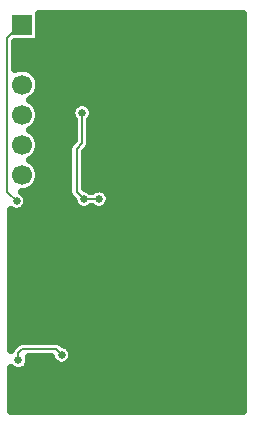
<source format=gbl>
G04 DipTrace 3.0.0.1*
G04 battery-fuel_gauge_V2.GBL*
%MOIN*%
G04 #@! TF.FileFunction,Copper,L2,Bot*
G04 #@! TF.Part,Single*
G04 #@! TA.AperFunction,Conductor*
%ADD14C,0.008*%
G04 #@! TA.AperFunction,CopperBalancing*
%ADD18C,0.025*%
G04 #@! TA.AperFunction,ComponentPad*
%ADD25R,0.066929X0.066929*%
%ADD26C,0.066929*%
%FSLAX26Y26*%
G04*
G70*
G90*
G75*
G01*
G04 Bottom*
%LPD*%
X824950Y1424950D2*
D14*
X887450Y1487450D1*
X637450D1*
X774950Y1562452D2*
Y1593701D1*
X837450D1*
X624950Y1562450D2*
X562450D1*
X756201Y1124950D2*
X787450D1*
X806201Y1143701D1*
X506201Y1087450D2*
X487452D1*
X674950Y1137450D2*
X724950D1*
X668701Y1424950D2*
Y1324950D1*
X649950Y1306200D1*
Y1162450D1*
X674950Y1137450D1*
X456200Y599950D2*
Y624949D1*
X468701Y637450D1*
X581201D1*
X599950Y618701D1*
X468701Y1718701D2*
X462452D1*
X418701Y1674950D1*
Y1162450D1*
X449950Y1131201D1*
D18*
X824950Y1424950D3*
X774950Y1562452D3*
X624950Y1562450D3*
X756201Y1124950D3*
X506201Y1087450D3*
X668701Y1424950D3*
X456200Y599950D3*
X599950Y618701D3*
X449950Y1131201D3*
X724950Y1137450D3*
X674950D3*
X687452Y1281201D3*
Y1249950D3*
Y1218701D3*
X724950D3*
Y1249950D3*
Y1281201D3*
X528159Y1731332D2*
X1203676D1*
X528159Y1706463D2*
X1203676D1*
X528159Y1681595D2*
X1203676D1*
X448715Y1656726D2*
X1203676D1*
X448715Y1631857D2*
X1203676D1*
X448715Y1606988D2*
X1203676D1*
X448715Y1582120D2*
X1203676D1*
X513120Y1557251D2*
X1203676D1*
X526499Y1532382D2*
X1203676D1*
X527036Y1507513D2*
X1203676D1*
X515318Y1482645D2*
X1203676D1*
X512631Y1457776D2*
X651431D1*
X685971D2*
X1203676D1*
X526352Y1432907D2*
X631070D1*
X706332D2*
X1203676D1*
X527183Y1408038D2*
X634439D1*
X702963D2*
X1203676D1*
X515708Y1383170D2*
X638687D1*
X698715D2*
X1203676D1*
X512143Y1358301D2*
X638687D1*
X698715D2*
X1203676D1*
X526206Y1333432D2*
X635806D1*
X698715D2*
X1203676D1*
X527280Y1308563D2*
X620034D1*
X693295D2*
X1203676D1*
X516147Y1283694D2*
X619936D1*
X679966D2*
X1203676D1*
X511655Y1258826D2*
X619936D1*
X679966D2*
X1203676D1*
X526108Y1233957D2*
X619936D1*
X679966D2*
X1203676D1*
X527328Y1209088D2*
X619936D1*
X679966D2*
X1203676D1*
X516538Y1184219D2*
X619936D1*
X679966D2*
X1203676D1*
X474887Y1159351D2*
X620131D1*
X756040D2*
X1203676D1*
X488315Y1134482D2*
X636538D1*
X763315D2*
X1203676D1*
X481235Y1109613D2*
X649624D1*
X750278D2*
X1203676D1*
X433726Y1084744D2*
X1203676D1*
X433726Y1059876D2*
X1203676D1*
X433726Y1035007D2*
X1203676D1*
X433726Y1010138D2*
X1203676D1*
X433726Y985269D2*
X1203676D1*
X433726Y960400D2*
X1203676D1*
X433726Y935532D2*
X1203676D1*
X433726Y910663D2*
X1203676D1*
X433726Y885794D2*
X1203676D1*
X433726Y860925D2*
X1203676D1*
X433726Y836057D2*
X1203676D1*
X433726Y811188D2*
X1203676D1*
X433726Y786319D2*
X1203676D1*
X433726Y761450D2*
X1203676D1*
X433726Y736582D2*
X1203676D1*
X433726Y711713D2*
X1203676D1*
X433726Y686844D2*
X1203676D1*
X433726Y661975D2*
X453774D1*
X596128D2*
X1203676D1*
X633383Y637107D2*
X1203676D1*
X637876Y612238D2*
X1203676D1*
X492416Y587369D2*
X579702D1*
X620200D2*
X1203676D1*
X433726Y562500D2*
X1203676D1*
X433726Y537631D2*
X1203676D1*
X433726Y512763D2*
X1203676D1*
X433726Y487894D2*
X1203676D1*
X433726Y463025D2*
X1203676D1*
X433726Y438156D2*
X1203676D1*
X525666Y1756183D2*
Y1661736D1*
X446222D1*
X446201Y1570995D1*
X455403Y1574092D1*
X464231Y1575490D1*
X473171D1*
X481999Y1574092D1*
X490500Y1571330D1*
X498465Y1567272D1*
X505697Y1562017D1*
X512017Y1555697D1*
X517272Y1548465D1*
X521330Y1540500D1*
X524092Y1531999D1*
X525490Y1523171D1*
Y1514231D1*
X524092Y1505403D1*
X521330Y1496902D1*
X517272Y1488937D1*
X512017Y1481705D1*
X505697Y1475385D1*
X498465Y1470130D1*
X495949Y1468722D1*
X502184Y1464786D1*
X508981Y1458981D1*
X514786Y1452184D1*
X519457Y1444562D1*
X522878Y1436305D1*
X524965Y1427612D1*
X525666Y1418701D1*
X524965Y1409790D1*
X522878Y1401097D1*
X519457Y1392840D1*
X514786Y1385218D1*
X508981Y1378421D1*
X502184Y1372616D1*
X495949Y1368722D1*
X502184Y1364786D1*
X508981Y1358981D1*
X514786Y1352184D1*
X519457Y1344562D1*
X522878Y1336305D1*
X524965Y1327612D1*
X525666Y1318701D1*
X524965Y1309790D1*
X522878Y1301097D1*
X519457Y1292840D1*
X514786Y1285218D1*
X508981Y1278421D1*
X502184Y1272616D1*
X495949Y1268722D1*
X502184Y1264786D1*
X508981Y1258981D1*
X514786Y1252184D1*
X519457Y1244562D1*
X522878Y1236305D1*
X524965Y1227612D1*
X525666Y1218701D1*
X524965Y1209790D1*
X522878Y1201097D1*
X519457Y1192840D1*
X514786Y1185218D1*
X508981Y1178421D1*
X502184Y1172616D1*
X494562Y1167945D1*
X486305Y1164524D1*
X477612Y1162437D1*
X468998Y1161748D1*
X475406Y1156656D1*
X479075Y1152361D1*
X482026Y1147545D1*
X484188Y1142326D1*
X485507Y1136832D1*
X485950Y1131201D1*
X485507Y1125570D1*
X484188Y1120076D1*
X482026Y1114857D1*
X479075Y1110041D1*
X475406Y1105746D1*
X471110Y1102076D1*
X466294Y1099125D1*
X461075Y1096963D1*
X455582Y1095645D1*
X449950Y1095201D1*
X444319Y1095645D1*
X438826Y1096963D1*
X433607Y1099125D1*
X431208Y1100469D1*
X431201Y636425D1*
X433952Y641113D1*
X436755Y644394D1*
X452537Y659698D1*
X458177Y662857D1*
X464399Y664612D1*
X468701Y664950D1*
X583358Y664865D1*
X589698Y663604D1*
X595570Y660898D1*
X600646Y656895D1*
X602960Y654583D1*
X611075Y652939D1*
X616294Y650777D1*
X621110Y647826D1*
X625406Y644156D1*
X629075Y639861D1*
X632026Y635045D1*
X634188Y629826D1*
X635507Y624332D1*
X635950Y618701D1*
X635507Y613070D1*
X634188Y607576D1*
X632026Y602357D1*
X629075Y597541D1*
X625406Y593246D1*
X621110Y589576D1*
X616294Y586625D1*
X611075Y584463D1*
X605582Y583145D1*
X599950Y582701D1*
X594319Y583145D1*
X588826Y584463D1*
X583607Y586625D1*
X578790Y589576D1*
X574495Y593246D1*
X570826Y597541D1*
X567874Y602357D1*
X565713Y607576D1*
X565044Y609946D1*
X490820Y609950D1*
X492088Y602774D1*
Y597126D1*
X491205Y591546D1*
X489460Y586173D1*
X486895Y581141D1*
X483574Y576570D1*
X479580Y572576D1*
X475009Y569255D1*
X469977Y566691D1*
X464604Y564945D1*
X459024Y564062D1*
X453376D1*
X447795Y564945D1*
X442423Y566691D1*
X437390Y569255D1*
X431206Y574067D1*
X431201Y431250D1*
X1206152Y431201D1*
X1206201Y1756152D1*
X525684Y1756201D1*
X760839Y1134626D2*
X759956Y1129046D1*
X758210Y1123673D1*
X755646Y1118641D1*
X752324Y1114070D1*
X748331Y1110076D1*
X743760Y1106755D1*
X738727Y1104191D1*
X733355Y1102445D1*
X727774Y1101562D1*
X722126D1*
X716546Y1102445D1*
X711173Y1104191D1*
X706141Y1106755D1*
X701735Y1109946D1*
X698143Y1109950D1*
X693760Y1106755D1*
X688727Y1104191D1*
X683355Y1102445D1*
X677774Y1101562D1*
X672126D1*
X666546Y1102445D1*
X661173Y1104191D1*
X656141Y1106755D1*
X651570Y1110076D1*
X647576Y1114070D1*
X644255Y1118641D1*
X641691Y1123673D1*
X639945Y1129046D1*
X639086Y1134418D1*
X627702Y1146286D1*
X624544Y1151927D1*
X622789Y1158149D1*
X622450Y1162450D1*
X622536Y1308358D1*
X623797Y1314698D1*
X626503Y1320568D1*
X630505Y1325646D1*
X641173Y1336315D1*
X641201Y1401757D1*
X638005Y1406141D1*
X635441Y1411173D1*
X633696Y1416546D1*
X632813Y1422126D1*
Y1427774D1*
X633696Y1433355D1*
X635441Y1438727D1*
X638005Y1443760D1*
X641327Y1448331D1*
X645320Y1452324D1*
X649891Y1455646D1*
X654924Y1458210D1*
X660297Y1459956D1*
X665877Y1460839D1*
X671525D1*
X677105Y1459956D1*
X682478Y1458210D1*
X687511Y1455646D1*
X692082Y1452324D1*
X696075Y1448331D1*
X699397Y1443760D1*
X701961Y1438727D1*
X703706Y1433355D1*
X704589Y1427774D1*
Y1422126D1*
X703706Y1416546D1*
X701961Y1411173D1*
X699397Y1406141D1*
X696205Y1401735D1*
X696116Y1322793D1*
X694855Y1316453D1*
X692149Y1310583D1*
X688146Y1305505D1*
X677478Y1294836D1*
X677450Y1173827D1*
X686075Y1171688D1*
X691294Y1169526D1*
X696110Y1166575D1*
X698166Y1164954D1*
X701757Y1164950D1*
X706141Y1168146D1*
X711173Y1170710D1*
X716546Y1172456D1*
X722126Y1173339D1*
X727774D1*
X733355Y1172456D1*
X738727Y1170710D1*
X743760Y1168146D1*
X748331Y1164824D1*
X752324Y1160831D1*
X755646Y1156260D1*
X758210Y1151227D1*
X759956Y1145855D1*
X760839Y1140274D1*
Y1134626D1*
D25*
X468701Y1718701D3*
D26*
Y1618701D3*
Y1518701D3*
Y1418701D3*
Y1318701D3*
Y1218701D3*
M02*

</source>
